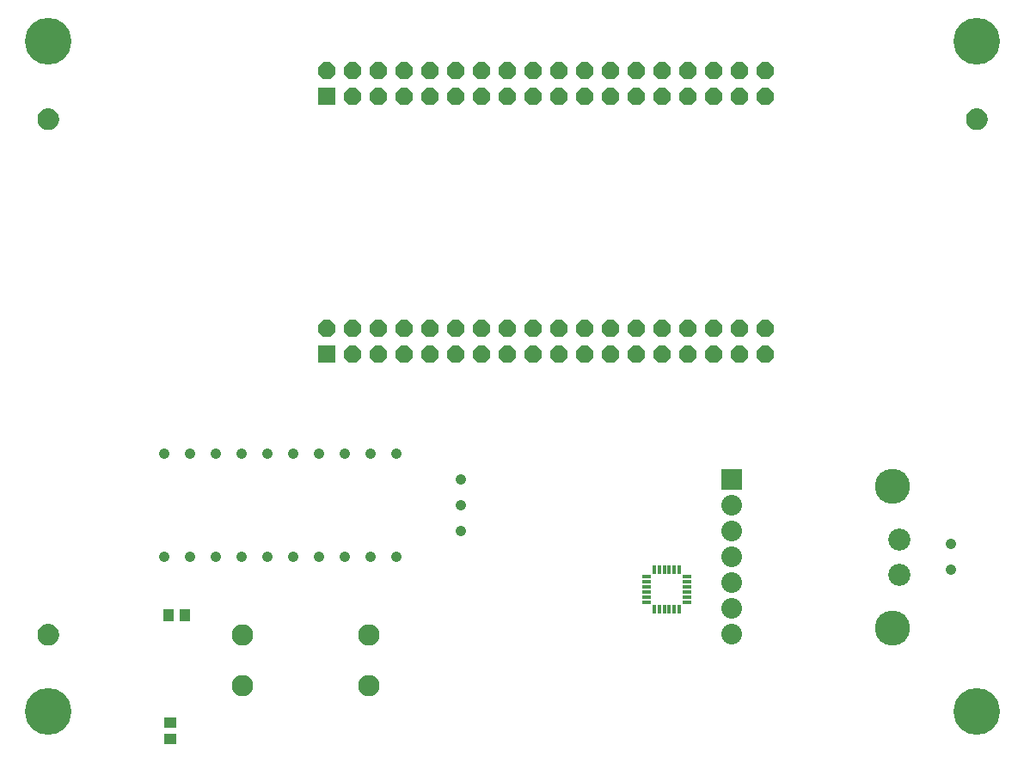
<source format=gbr>
G04 EAGLE Gerber RS-274X export*
G75*
%MOMM*%
%FSLAX34Y34*%
%LPD*%
%INSoldermask Top*%
%IPPOS*%
%AMOC8*
5,1,8,0,0,1.08239X$1,22.5*%
G01*
%ADD10C,1.057200*%
%ADD11R,0.942400X0.432400*%
%ADD12R,0.432400X0.942400*%
%ADD13C,3.454400*%
%ADD14R,2.032000X2.032000*%
%ADD15C,2.184400*%
%ADD16C,2.032000*%
%ADD17R,1.676400X1.676400*%
%ADD18P,1.814519X8X22.500000*%
%ADD19C,2.112400*%
%ADD20C,4.597400*%
%ADD21C,0.609600*%
%ADD22C,1.168400*%
%ADD23R,1.102359X1.183641*%
%ADD24R,1.183641X1.102359*%


D10*
X165100Y203200D03*
X190500Y203200D03*
X215900Y203200D03*
X241300Y203200D03*
X266700Y203200D03*
X292100Y203200D03*
X317500Y203200D03*
X342900Y203200D03*
X368300Y203200D03*
X393700Y203200D03*
X165100Y304800D03*
X190500Y304800D03*
X215900Y304800D03*
X241300Y304800D03*
X266700Y304800D03*
X292100Y304800D03*
X317500Y304800D03*
X342900Y304800D03*
X368300Y304800D03*
X393700Y304800D03*
X457200Y279400D03*
X457200Y254000D03*
X457200Y228600D03*
D11*
X640700Y183950D03*
X640700Y178950D03*
X640700Y173950D03*
X640700Y168950D03*
X640700Y163950D03*
X640700Y158950D03*
D12*
X647900Y151750D03*
X652900Y151750D03*
X657900Y151750D03*
X662900Y151750D03*
X667900Y151750D03*
X672900Y151750D03*
D11*
X680100Y158950D03*
X680100Y163950D03*
X680100Y168950D03*
X680100Y173950D03*
X680100Y178950D03*
X680100Y183950D03*
D12*
X672900Y191150D03*
X667900Y191150D03*
X662900Y191150D03*
X657900Y191150D03*
X652900Y191150D03*
X647900Y191150D03*
D13*
X882650Y273050D03*
X882650Y133350D03*
D14*
X723900Y279400D03*
D15*
X889000Y220700D03*
X889000Y185700D03*
D16*
X723900Y254000D03*
X723900Y228600D03*
X723900Y203200D03*
X723900Y177800D03*
X723900Y152400D03*
X723900Y127000D03*
D10*
X939800Y190500D03*
X939800Y215900D03*
D17*
X325800Y403600D03*
D18*
X325800Y429000D03*
X351200Y403600D03*
X351200Y429000D03*
X376600Y403600D03*
X376600Y429000D03*
X402000Y403600D03*
X402000Y429000D03*
X427400Y403600D03*
X427400Y429000D03*
X452800Y403600D03*
X452800Y429000D03*
X478200Y403600D03*
X478200Y429000D03*
X503600Y403600D03*
X503600Y429000D03*
X529000Y403600D03*
X529000Y429000D03*
X554400Y403600D03*
X554400Y429000D03*
X579800Y403600D03*
X579800Y429000D03*
X605200Y403600D03*
X605200Y429000D03*
X630600Y403600D03*
X630600Y429000D03*
X656000Y403600D03*
X656000Y429000D03*
X681400Y403600D03*
X681400Y429000D03*
X706800Y403600D03*
X706800Y429000D03*
X732200Y403600D03*
X732200Y429000D03*
X757600Y403600D03*
X757600Y429000D03*
D17*
X325800Y657600D03*
D18*
X325800Y683000D03*
X351200Y657600D03*
X351200Y683000D03*
X376600Y657600D03*
X376600Y683000D03*
X402000Y657600D03*
X402000Y683000D03*
X427400Y657600D03*
X427400Y683000D03*
X452800Y657600D03*
X452800Y683000D03*
X478200Y657600D03*
X478200Y683000D03*
X503600Y657600D03*
X503600Y683000D03*
X529000Y657600D03*
X529000Y683000D03*
X554400Y657600D03*
X554400Y683000D03*
X579800Y657600D03*
X579800Y683000D03*
X605200Y657600D03*
X605200Y683000D03*
X630600Y657600D03*
X630600Y683000D03*
X656000Y657600D03*
X656000Y683000D03*
X681400Y657600D03*
X681400Y683000D03*
X706800Y657600D03*
X706800Y683000D03*
X732200Y657600D03*
X732200Y683000D03*
X757600Y657600D03*
X757600Y683000D03*
D19*
X367300Y126600D03*
X367300Y76600D03*
X242300Y76600D03*
X242300Y126600D03*
D20*
X965200Y50800D03*
D21*
X43180Y127000D02*
X43182Y127187D01*
X43189Y127374D01*
X43201Y127561D01*
X43217Y127747D01*
X43237Y127933D01*
X43262Y128118D01*
X43292Y128303D01*
X43326Y128487D01*
X43365Y128670D01*
X43408Y128852D01*
X43456Y129032D01*
X43508Y129212D01*
X43565Y129390D01*
X43625Y129567D01*
X43691Y129742D01*
X43760Y129916D01*
X43834Y130088D01*
X43912Y130258D01*
X43994Y130426D01*
X44080Y130592D01*
X44170Y130756D01*
X44264Y130917D01*
X44362Y131077D01*
X44464Y131233D01*
X44570Y131388D01*
X44680Y131539D01*
X44793Y131688D01*
X44910Y131834D01*
X45030Y131977D01*
X45154Y132117D01*
X45281Y132254D01*
X45412Y132388D01*
X45546Y132519D01*
X45683Y132646D01*
X45823Y132770D01*
X45966Y132890D01*
X46112Y133007D01*
X46261Y133120D01*
X46412Y133230D01*
X46567Y133336D01*
X46723Y133438D01*
X46883Y133536D01*
X47044Y133630D01*
X47208Y133720D01*
X47374Y133806D01*
X47542Y133888D01*
X47712Y133966D01*
X47884Y134040D01*
X48058Y134109D01*
X48233Y134175D01*
X48410Y134235D01*
X48588Y134292D01*
X48768Y134344D01*
X48948Y134392D01*
X49130Y134435D01*
X49313Y134474D01*
X49497Y134508D01*
X49682Y134538D01*
X49867Y134563D01*
X50053Y134583D01*
X50239Y134599D01*
X50426Y134611D01*
X50613Y134618D01*
X50800Y134620D01*
X50987Y134618D01*
X51174Y134611D01*
X51361Y134599D01*
X51547Y134583D01*
X51733Y134563D01*
X51918Y134538D01*
X52103Y134508D01*
X52287Y134474D01*
X52470Y134435D01*
X52652Y134392D01*
X52832Y134344D01*
X53012Y134292D01*
X53190Y134235D01*
X53367Y134175D01*
X53542Y134109D01*
X53716Y134040D01*
X53888Y133966D01*
X54058Y133888D01*
X54226Y133806D01*
X54392Y133720D01*
X54556Y133630D01*
X54717Y133536D01*
X54877Y133438D01*
X55033Y133336D01*
X55188Y133230D01*
X55339Y133120D01*
X55488Y133007D01*
X55634Y132890D01*
X55777Y132770D01*
X55917Y132646D01*
X56054Y132519D01*
X56188Y132388D01*
X56319Y132254D01*
X56446Y132117D01*
X56570Y131977D01*
X56690Y131834D01*
X56807Y131688D01*
X56920Y131539D01*
X57030Y131388D01*
X57136Y131233D01*
X57238Y131077D01*
X57336Y130917D01*
X57430Y130756D01*
X57520Y130592D01*
X57606Y130426D01*
X57688Y130258D01*
X57766Y130088D01*
X57840Y129916D01*
X57909Y129742D01*
X57975Y129567D01*
X58035Y129390D01*
X58092Y129212D01*
X58144Y129032D01*
X58192Y128852D01*
X58235Y128670D01*
X58274Y128487D01*
X58308Y128303D01*
X58338Y128118D01*
X58363Y127933D01*
X58383Y127747D01*
X58399Y127561D01*
X58411Y127374D01*
X58418Y127187D01*
X58420Y127000D01*
X58418Y126813D01*
X58411Y126626D01*
X58399Y126439D01*
X58383Y126253D01*
X58363Y126067D01*
X58338Y125882D01*
X58308Y125697D01*
X58274Y125513D01*
X58235Y125330D01*
X58192Y125148D01*
X58144Y124968D01*
X58092Y124788D01*
X58035Y124610D01*
X57975Y124433D01*
X57909Y124258D01*
X57840Y124084D01*
X57766Y123912D01*
X57688Y123742D01*
X57606Y123574D01*
X57520Y123408D01*
X57430Y123244D01*
X57336Y123083D01*
X57238Y122923D01*
X57136Y122767D01*
X57030Y122612D01*
X56920Y122461D01*
X56807Y122312D01*
X56690Y122166D01*
X56570Y122023D01*
X56446Y121883D01*
X56319Y121746D01*
X56188Y121612D01*
X56054Y121481D01*
X55917Y121354D01*
X55777Y121230D01*
X55634Y121110D01*
X55488Y120993D01*
X55339Y120880D01*
X55188Y120770D01*
X55033Y120664D01*
X54877Y120562D01*
X54717Y120464D01*
X54556Y120370D01*
X54392Y120280D01*
X54226Y120194D01*
X54058Y120112D01*
X53888Y120034D01*
X53716Y119960D01*
X53542Y119891D01*
X53367Y119825D01*
X53190Y119765D01*
X53012Y119708D01*
X52832Y119656D01*
X52652Y119608D01*
X52470Y119565D01*
X52287Y119526D01*
X52103Y119492D01*
X51918Y119462D01*
X51733Y119437D01*
X51547Y119417D01*
X51361Y119401D01*
X51174Y119389D01*
X50987Y119382D01*
X50800Y119380D01*
X50613Y119382D01*
X50426Y119389D01*
X50239Y119401D01*
X50053Y119417D01*
X49867Y119437D01*
X49682Y119462D01*
X49497Y119492D01*
X49313Y119526D01*
X49130Y119565D01*
X48948Y119608D01*
X48768Y119656D01*
X48588Y119708D01*
X48410Y119765D01*
X48233Y119825D01*
X48058Y119891D01*
X47884Y119960D01*
X47712Y120034D01*
X47542Y120112D01*
X47374Y120194D01*
X47208Y120280D01*
X47044Y120370D01*
X46883Y120464D01*
X46723Y120562D01*
X46567Y120664D01*
X46412Y120770D01*
X46261Y120880D01*
X46112Y120993D01*
X45966Y121110D01*
X45823Y121230D01*
X45683Y121354D01*
X45546Y121481D01*
X45412Y121612D01*
X45281Y121746D01*
X45154Y121883D01*
X45030Y122023D01*
X44910Y122166D01*
X44793Y122312D01*
X44680Y122461D01*
X44570Y122612D01*
X44464Y122767D01*
X44362Y122923D01*
X44264Y123083D01*
X44170Y123244D01*
X44080Y123408D01*
X43994Y123574D01*
X43912Y123742D01*
X43834Y123912D01*
X43760Y124084D01*
X43691Y124258D01*
X43625Y124433D01*
X43565Y124610D01*
X43508Y124788D01*
X43456Y124968D01*
X43408Y125148D01*
X43365Y125330D01*
X43326Y125513D01*
X43292Y125697D01*
X43262Y125882D01*
X43237Y126067D01*
X43217Y126253D01*
X43201Y126439D01*
X43189Y126626D01*
X43182Y126813D01*
X43180Y127000D01*
D22*
X50800Y127000D03*
D20*
X965200Y711200D03*
X50800Y711200D03*
X50800Y50800D03*
D21*
X43180Y635000D02*
X43182Y635187D01*
X43189Y635374D01*
X43201Y635561D01*
X43217Y635747D01*
X43237Y635933D01*
X43262Y636118D01*
X43292Y636303D01*
X43326Y636487D01*
X43365Y636670D01*
X43408Y636852D01*
X43456Y637032D01*
X43508Y637212D01*
X43565Y637390D01*
X43625Y637567D01*
X43691Y637742D01*
X43760Y637916D01*
X43834Y638088D01*
X43912Y638258D01*
X43994Y638426D01*
X44080Y638592D01*
X44170Y638756D01*
X44264Y638917D01*
X44362Y639077D01*
X44464Y639233D01*
X44570Y639388D01*
X44680Y639539D01*
X44793Y639688D01*
X44910Y639834D01*
X45030Y639977D01*
X45154Y640117D01*
X45281Y640254D01*
X45412Y640388D01*
X45546Y640519D01*
X45683Y640646D01*
X45823Y640770D01*
X45966Y640890D01*
X46112Y641007D01*
X46261Y641120D01*
X46412Y641230D01*
X46567Y641336D01*
X46723Y641438D01*
X46883Y641536D01*
X47044Y641630D01*
X47208Y641720D01*
X47374Y641806D01*
X47542Y641888D01*
X47712Y641966D01*
X47884Y642040D01*
X48058Y642109D01*
X48233Y642175D01*
X48410Y642235D01*
X48588Y642292D01*
X48768Y642344D01*
X48948Y642392D01*
X49130Y642435D01*
X49313Y642474D01*
X49497Y642508D01*
X49682Y642538D01*
X49867Y642563D01*
X50053Y642583D01*
X50239Y642599D01*
X50426Y642611D01*
X50613Y642618D01*
X50800Y642620D01*
X50987Y642618D01*
X51174Y642611D01*
X51361Y642599D01*
X51547Y642583D01*
X51733Y642563D01*
X51918Y642538D01*
X52103Y642508D01*
X52287Y642474D01*
X52470Y642435D01*
X52652Y642392D01*
X52832Y642344D01*
X53012Y642292D01*
X53190Y642235D01*
X53367Y642175D01*
X53542Y642109D01*
X53716Y642040D01*
X53888Y641966D01*
X54058Y641888D01*
X54226Y641806D01*
X54392Y641720D01*
X54556Y641630D01*
X54717Y641536D01*
X54877Y641438D01*
X55033Y641336D01*
X55188Y641230D01*
X55339Y641120D01*
X55488Y641007D01*
X55634Y640890D01*
X55777Y640770D01*
X55917Y640646D01*
X56054Y640519D01*
X56188Y640388D01*
X56319Y640254D01*
X56446Y640117D01*
X56570Y639977D01*
X56690Y639834D01*
X56807Y639688D01*
X56920Y639539D01*
X57030Y639388D01*
X57136Y639233D01*
X57238Y639077D01*
X57336Y638917D01*
X57430Y638756D01*
X57520Y638592D01*
X57606Y638426D01*
X57688Y638258D01*
X57766Y638088D01*
X57840Y637916D01*
X57909Y637742D01*
X57975Y637567D01*
X58035Y637390D01*
X58092Y637212D01*
X58144Y637032D01*
X58192Y636852D01*
X58235Y636670D01*
X58274Y636487D01*
X58308Y636303D01*
X58338Y636118D01*
X58363Y635933D01*
X58383Y635747D01*
X58399Y635561D01*
X58411Y635374D01*
X58418Y635187D01*
X58420Y635000D01*
X58418Y634813D01*
X58411Y634626D01*
X58399Y634439D01*
X58383Y634253D01*
X58363Y634067D01*
X58338Y633882D01*
X58308Y633697D01*
X58274Y633513D01*
X58235Y633330D01*
X58192Y633148D01*
X58144Y632968D01*
X58092Y632788D01*
X58035Y632610D01*
X57975Y632433D01*
X57909Y632258D01*
X57840Y632084D01*
X57766Y631912D01*
X57688Y631742D01*
X57606Y631574D01*
X57520Y631408D01*
X57430Y631244D01*
X57336Y631083D01*
X57238Y630923D01*
X57136Y630767D01*
X57030Y630612D01*
X56920Y630461D01*
X56807Y630312D01*
X56690Y630166D01*
X56570Y630023D01*
X56446Y629883D01*
X56319Y629746D01*
X56188Y629612D01*
X56054Y629481D01*
X55917Y629354D01*
X55777Y629230D01*
X55634Y629110D01*
X55488Y628993D01*
X55339Y628880D01*
X55188Y628770D01*
X55033Y628664D01*
X54877Y628562D01*
X54717Y628464D01*
X54556Y628370D01*
X54392Y628280D01*
X54226Y628194D01*
X54058Y628112D01*
X53888Y628034D01*
X53716Y627960D01*
X53542Y627891D01*
X53367Y627825D01*
X53190Y627765D01*
X53012Y627708D01*
X52832Y627656D01*
X52652Y627608D01*
X52470Y627565D01*
X52287Y627526D01*
X52103Y627492D01*
X51918Y627462D01*
X51733Y627437D01*
X51547Y627417D01*
X51361Y627401D01*
X51174Y627389D01*
X50987Y627382D01*
X50800Y627380D01*
X50613Y627382D01*
X50426Y627389D01*
X50239Y627401D01*
X50053Y627417D01*
X49867Y627437D01*
X49682Y627462D01*
X49497Y627492D01*
X49313Y627526D01*
X49130Y627565D01*
X48948Y627608D01*
X48768Y627656D01*
X48588Y627708D01*
X48410Y627765D01*
X48233Y627825D01*
X48058Y627891D01*
X47884Y627960D01*
X47712Y628034D01*
X47542Y628112D01*
X47374Y628194D01*
X47208Y628280D01*
X47044Y628370D01*
X46883Y628464D01*
X46723Y628562D01*
X46567Y628664D01*
X46412Y628770D01*
X46261Y628880D01*
X46112Y628993D01*
X45966Y629110D01*
X45823Y629230D01*
X45683Y629354D01*
X45546Y629481D01*
X45412Y629612D01*
X45281Y629746D01*
X45154Y629883D01*
X45030Y630023D01*
X44910Y630166D01*
X44793Y630312D01*
X44680Y630461D01*
X44570Y630612D01*
X44464Y630767D01*
X44362Y630923D01*
X44264Y631083D01*
X44170Y631244D01*
X44080Y631408D01*
X43994Y631574D01*
X43912Y631742D01*
X43834Y631912D01*
X43760Y632084D01*
X43691Y632258D01*
X43625Y632433D01*
X43565Y632610D01*
X43508Y632788D01*
X43456Y632968D01*
X43408Y633148D01*
X43365Y633330D01*
X43326Y633513D01*
X43292Y633697D01*
X43262Y633882D01*
X43237Y634067D01*
X43217Y634253D01*
X43201Y634439D01*
X43189Y634626D01*
X43182Y634813D01*
X43180Y635000D01*
D22*
X50800Y635000D03*
D21*
X957580Y635000D02*
X957582Y635187D01*
X957589Y635374D01*
X957601Y635561D01*
X957617Y635747D01*
X957637Y635933D01*
X957662Y636118D01*
X957692Y636303D01*
X957726Y636487D01*
X957765Y636670D01*
X957808Y636852D01*
X957856Y637032D01*
X957908Y637212D01*
X957965Y637390D01*
X958025Y637567D01*
X958091Y637742D01*
X958160Y637916D01*
X958234Y638088D01*
X958312Y638258D01*
X958394Y638426D01*
X958480Y638592D01*
X958570Y638756D01*
X958664Y638917D01*
X958762Y639077D01*
X958864Y639233D01*
X958970Y639388D01*
X959080Y639539D01*
X959193Y639688D01*
X959310Y639834D01*
X959430Y639977D01*
X959554Y640117D01*
X959681Y640254D01*
X959812Y640388D01*
X959946Y640519D01*
X960083Y640646D01*
X960223Y640770D01*
X960366Y640890D01*
X960512Y641007D01*
X960661Y641120D01*
X960812Y641230D01*
X960967Y641336D01*
X961123Y641438D01*
X961283Y641536D01*
X961444Y641630D01*
X961608Y641720D01*
X961774Y641806D01*
X961942Y641888D01*
X962112Y641966D01*
X962284Y642040D01*
X962458Y642109D01*
X962633Y642175D01*
X962810Y642235D01*
X962988Y642292D01*
X963168Y642344D01*
X963348Y642392D01*
X963530Y642435D01*
X963713Y642474D01*
X963897Y642508D01*
X964082Y642538D01*
X964267Y642563D01*
X964453Y642583D01*
X964639Y642599D01*
X964826Y642611D01*
X965013Y642618D01*
X965200Y642620D01*
X965387Y642618D01*
X965574Y642611D01*
X965761Y642599D01*
X965947Y642583D01*
X966133Y642563D01*
X966318Y642538D01*
X966503Y642508D01*
X966687Y642474D01*
X966870Y642435D01*
X967052Y642392D01*
X967232Y642344D01*
X967412Y642292D01*
X967590Y642235D01*
X967767Y642175D01*
X967942Y642109D01*
X968116Y642040D01*
X968288Y641966D01*
X968458Y641888D01*
X968626Y641806D01*
X968792Y641720D01*
X968956Y641630D01*
X969117Y641536D01*
X969277Y641438D01*
X969433Y641336D01*
X969588Y641230D01*
X969739Y641120D01*
X969888Y641007D01*
X970034Y640890D01*
X970177Y640770D01*
X970317Y640646D01*
X970454Y640519D01*
X970588Y640388D01*
X970719Y640254D01*
X970846Y640117D01*
X970970Y639977D01*
X971090Y639834D01*
X971207Y639688D01*
X971320Y639539D01*
X971430Y639388D01*
X971536Y639233D01*
X971638Y639077D01*
X971736Y638917D01*
X971830Y638756D01*
X971920Y638592D01*
X972006Y638426D01*
X972088Y638258D01*
X972166Y638088D01*
X972240Y637916D01*
X972309Y637742D01*
X972375Y637567D01*
X972435Y637390D01*
X972492Y637212D01*
X972544Y637032D01*
X972592Y636852D01*
X972635Y636670D01*
X972674Y636487D01*
X972708Y636303D01*
X972738Y636118D01*
X972763Y635933D01*
X972783Y635747D01*
X972799Y635561D01*
X972811Y635374D01*
X972818Y635187D01*
X972820Y635000D01*
X972818Y634813D01*
X972811Y634626D01*
X972799Y634439D01*
X972783Y634253D01*
X972763Y634067D01*
X972738Y633882D01*
X972708Y633697D01*
X972674Y633513D01*
X972635Y633330D01*
X972592Y633148D01*
X972544Y632968D01*
X972492Y632788D01*
X972435Y632610D01*
X972375Y632433D01*
X972309Y632258D01*
X972240Y632084D01*
X972166Y631912D01*
X972088Y631742D01*
X972006Y631574D01*
X971920Y631408D01*
X971830Y631244D01*
X971736Y631083D01*
X971638Y630923D01*
X971536Y630767D01*
X971430Y630612D01*
X971320Y630461D01*
X971207Y630312D01*
X971090Y630166D01*
X970970Y630023D01*
X970846Y629883D01*
X970719Y629746D01*
X970588Y629612D01*
X970454Y629481D01*
X970317Y629354D01*
X970177Y629230D01*
X970034Y629110D01*
X969888Y628993D01*
X969739Y628880D01*
X969588Y628770D01*
X969433Y628664D01*
X969277Y628562D01*
X969117Y628464D01*
X968956Y628370D01*
X968792Y628280D01*
X968626Y628194D01*
X968458Y628112D01*
X968288Y628034D01*
X968116Y627960D01*
X967942Y627891D01*
X967767Y627825D01*
X967590Y627765D01*
X967412Y627708D01*
X967232Y627656D01*
X967052Y627608D01*
X966870Y627565D01*
X966687Y627526D01*
X966503Y627492D01*
X966318Y627462D01*
X966133Y627437D01*
X965947Y627417D01*
X965761Y627401D01*
X965574Y627389D01*
X965387Y627382D01*
X965200Y627380D01*
X965013Y627382D01*
X964826Y627389D01*
X964639Y627401D01*
X964453Y627417D01*
X964267Y627437D01*
X964082Y627462D01*
X963897Y627492D01*
X963713Y627526D01*
X963530Y627565D01*
X963348Y627608D01*
X963168Y627656D01*
X962988Y627708D01*
X962810Y627765D01*
X962633Y627825D01*
X962458Y627891D01*
X962284Y627960D01*
X962112Y628034D01*
X961942Y628112D01*
X961774Y628194D01*
X961608Y628280D01*
X961444Y628370D01*
X961283Y628464D01*
X961123Y628562D01*
X960967Y628664D01*
X960812Y628770D01*
X960661Y628880D01*
X960512Y628993D01*
X960366Y629110D01*
X960223Y629230D01*
X960083Y629354D01*
X959946Y629481D01*
X959812Y629612D01*
X959681Y629746D01*
X959554Y629883D01*
X959430Y630023D01*
X959310Y630166D01*
X959193Y630312D01*
X959080Y630461D01*
X958970Y630612D01*
X958864Y630767D01*
X958762Y630923D01*
X958664Y631083D01*
X958570Y631244D01*
X958480Y631408D01*
X958394Y631574D01*
X958312Y631742D01*
X958234Y631912D01*
X958160Y632084D01*
X958091Y632258D01*
X958025Y632433D01*
X957965Y632610D01*
X957908Y632788D01*
X957856Y632968D01*
X957808Y633148D01*
X957765Y633330D01*
X957726Y633513D01*
X957692Y633697D01*
X957662Y633882D01*
X957637Y634067D01*
X957617Y634253D01*
X957601Y634439D01*
X957589Y634626D01*
X957582Y634813D01*
X957580Y635000D01*
D22*
X965200Y635000D03*
D23*
X185801Y146050D03*
X169799Y146050D03*
D24*
X171450Y39751D03*
X171450Y23749D03*
M02*

</source>
